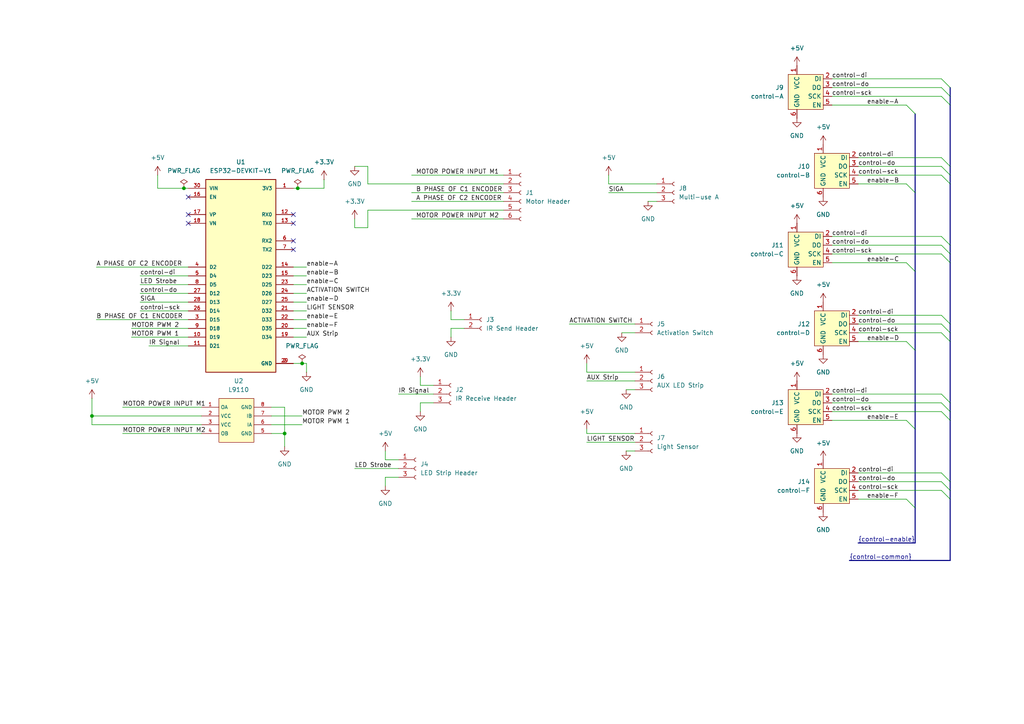
<source format=kicad_sch>
(kicad_sch (version 20231120) (generator "eeschema") (generator_version "8.0")
  (paper "A4")
  (title_block (title "Main Board") (date "2024-05-22") (rev "0.2"))
  (lib_symbols
    (symbol "Connector:Conn_01x02_Socket" (pin_names (offset 1.016) hide)
      (property "Reference" "J" (at 0 2.54 0))
      (property "Value" "Conn_01x02_Socket" (at 0 -5.08 0))
      (symbol "Conn_01x02_Socket_1_1"
        (arc (start 0 -2.032) (mid -0.5058 -2.54) (end 0 -3.048) (stroke (width 0.1524)))
        (polyline (pts (xy -1.27 -2.54) (xy -0.508 -2.54)) (stroke (width 0.1524)))
        (polyline (pts (xy -1.27 0) (xy -0.508 0)) (stroke (width 0.1524)))
        (arc (start 0 0.508) (mid -0.5058 0) (end 0 -0.508) (stroke (width 0.1524)))
        (pin passive line (at -5.08 0 0) (length 3.81) (name "Pin_1") (number "1"))
        (pin passive line (at -5.08 -2.54 0) (length 3.81) (name "Pin_2") (number "2"))
      )
    )
    (symbol "Connector:Conn_01x03_Socket" (pin_names (offset 1.016) hide)
      (property "Reference" "J" (at 0 5.08 0))
      (property "Value" "Conn_01x03_Socket" (at 0 -5.08 0))
      (symbol "Conn_01x03_Socket_1_1"
        (arc (start 0 -2.032) (mid -0.5058 -2.54) (end 0 -3.048) (stroke (width 0.1524)))
        (polyline (pts (xy -1.27 -2.54) (xy -0.508 -2.54)) (stroke (width 0.1524)))
        (polyline (pts (xy -1.27 0) (xy -0.508 0)) (stroke (width 0.1524)))
        (polyline (pts (xy -1.27 2.54) (xy -0.508 2.54)) (stroke (width 0.1524)))
        (arc (start 0 0.508) (mid -0.5058 0) (end 0 -0.508) (stroke (width 0.1524)))
        (arc (start 0 3.048) (mid -0.5058 2.54) (end 0 2.032) (stroke (width 0.1524)))
        (pin passive line (at -5.08 2.54 0) (length 3.81) (name "Pin_1") (number "1"))
        (pin passive line (at -5.08 0 0) (length 3.81) (name "Pin_2") (number "2"))
        (pin passive line (at -5.08 -2.54 0) (length 3.81) (name "Pin_3") (number "3"))
      )
    )
    (symbol "Connector:Conn_01x06_Socket" (pin_names (offset 1.016) hide)
      (property "Reference" "J" (at 0 7.62 0))
      (property "Value" "Conn_01x06_Socket" (at 0 -10.16 0))
      (symbol "Conn_01x06_Socket_1_1"
        (arc (start 0 -7.112) (mid -0.5058 -7.62) (end 0 -8.128) (stroke (width 0.1524)))
        (arc (start 0 -4.572) (mid -0.5058 -5.08) (end 0 -5.588) (stroke (width 0.1524)))
        (arc (start 0 -2.032) (mid -0.5058 -2.54) (end 0 -3.048) (stroke (width 0.1524)))
        (polyline (pts (xy -1.27 -7.62) (xy -0.508 -7.62)) (stroke (width 0.1524)))
        (polyline (pts (xy -1.27 -5.08) (xy -0.508 -5.08)) (stroke (width 0.1524)))
        (polyline (pts (xy -1.27 -2.54) (xy -0.508 -2.54)) (stroke (width 0.1524)))
        (polyline (pts (xy -1.27 0) (xy -0.508 0)) (stroke (width 0.1524)))
        (polyline (pts (xy -1.27 2.54) (xy -0.508 2.54)) (stroke (width 0.1524)))
        (polyline (pts (xy -1.27 5.08) (xy -0.508 5.08)) (stroke (width 0.1524)))
        (arc (start 0 0.508) (mid -0.5058 0) (end 0 -0.508) (stroke (width 0.1524)))
        (arc (start 0 3.048) (mid -0.5058 2.54) (end 0 2.032) (stroke (width 0.1524)))
        (arc (start 0 5.588) (mid -0.5058 5.08) (end 0 4.572) (stroke (width 0.1524)))
        (pin passive line (at -5.08 5.08 0) (length 3.81) (name "Pin_1") (number "1"))
        (pin passive line (at -5.08 2.54 0) (length 3.81) (name "Pin_2") (number "2"))
        (pin passive line (at -5.08 0 0) (length 3.81) (name "Pin_3") (number "3"))
        (pin passive line (at -5.08 -2.54 0) (length 3.81) (name "Pin_4") (number "4"))
        (pin passive line (at -5.08 -5.08 0) (length 3.81) (name "Pin_5") (number "5"))
        (pin passive line (at -5.08 -7.62 0) (length 3.81) (name "Pin_6") (number "6"))
      )
    )
    (symbol "Driver_Motor:L9110"
      (property "Reference" "U" (at 0 0 0))
      (property "Value" "L9110" (at 0 -15.24 0))
      (symbol "L9110_1_0"
        (pin output line (at -10.16 -3.81 0) (length 5.08) (name "OA") (number "1"))
        (pin power_in line (at -10.16 -6.35 0) (length 5.08) (name "VCC") (number "2"))
        (pin power_in line (at -10.16 -8.89 0) (length 5.08) (name "VCC") (number "3"))
        (pin output line (at -10.16 -11.43 0) (length 5.08) (name "OB") (number "4"))
        (pin power_in line (at 10.16 -11.43 180) (length 5.08) (name "GND") (number "5"))
        (pin input line (at 10.16 -8.89 180) (length 5.08) (name "IA") (number "6"))
        (pin input line (at 10.16 -6.35 180) (length 5.08) (name "IB") (number "7"))
        (pin power_in line (at 10.16 -3.81 180) (length 5.08) (name "GND") (number "8"))
      )
      (symbol "L9110_1_1"
        (rectangle (start -5.08 -1.27) (end 5.08 -13.97) (fill (type background)))
      )
    )
    (symbol "ESP32-DEVKIT-V1:ESP32-DEVKIT-V1" (pin_names (offset 1.016))
      (property "Reference" "U" (at -10.16 30.48 0))
      (property "Value" "ESP32-DEVKIT-V1" (at -10.16 -30.48 0))
      (symbol "ESP32-DEVKIT-V1_0_0"
        (rectangle (start -10.16 -27.94) (end 10.16 27.94) (stroke (width 0.254)) (fill (type background)))
        (pin output line (at 15.24 25.4 180) (length 5.08) (name "3V3") (number "1"))
        (pin bidirectional line (at -15.24 -17.78 0) (length 5.08) (name "D19") (number "10"))
        (pin bidirectional line (at -15.24 -20.32 0) (length 5.08) (name "D21") (number "11"))
        (pin input line (at 15.24 17.78 180) (length 5.08) (name "RX0") (number "12"))
        (pin output line (at 15.24 15.24 180) (length 5.08) (name "TX0") (number "13"))
        (pin bidirectional line (at 15.24 2.54 180) (length 5.08) (name "D22") (number "14"))
        (pin bidirectional line (at 15.24 0 180) (length 5.08) (name "D23") (number "15"))
        (pin input line (at -15.24 22.86 0) (length 5.08) (name "EN") (number "16"))
        (pin bidirectional line (at -15.24 17.78 0) (length 5.08) (name "VP") (number "17"))
        (pin bidirectional line (at -15.24 15.24 0) (length 5.08) (name "VN") (number "18"))
        (pin bidirectional line (at 15.24 -17.78 180) (length 5.08) (name "D34") (number "19"))
        (pin power_in line (at 15.24 -25.4 180) (length 5.08) (name "GND") (number "2"))
        (pin bidirectional line (at 15.24 -15.24 180) (length 5.08) (name "D35") (number "20"))
        (pin bidirectional line (at 15.24 -10.16 180) (length 5.08) (name "D32") (number "21"))
        (pin bidirectional line (at 15.24 -12.7 180) (length 5.08) (name "D33") (number "22"))
        (pin bidirectional line (at 15.24 -2.54 180) (length 5.08) (name "D25") (number "23"))
        (pin bidirectional line (at 15.24 -5.08 180) (length 5.08) (name "D26") (number "24"))
        (pin bidirectional line (at 15.24 -7.62 180) (length 5.08) (name "D27") (number "25"))
        (pin bidirectional line (at -15.24 -10.16 0) (length 5.08) (name "D14") (number "26"))
        (pin bidirectional line (at -15.24 -5.08 0) (length 5.08) (name "D12") (number "27"))
        (pin bidirectional line (at -15.24 -7.62 0) (length 5.08) (name "D13") (number "28"))
        (pin power_in line (at 15.24 -25.4 180) (length 5.08) (name "GND") (number "29"))
        (pin bidirectional line (at -15.24 -12.7 0) (length 5.08) (name "D15") (number "3"))
        (pin input line (at -15.24 25.4 0) (length 5.08) (name "VIN") (number "30"))
        (pin bidirectional line (at -15.24 2.54 0) (length 5.08) (name "D2") (number "4"))
        (pin bidirectional line (at -15.24 0 0) (length 5.08) (name "D4") (number "5"))
        (pin input line (at 15.24 10.16 180) (length 5.08) (name "RX2") (number "6"))
        (pin output line (at 15.24 7.62 180) (length 5.08) (name "TX2") (number "7"))
        (pin bidirectional line (at -15.24 -2.54 0) (length 5.08) (name "D5") (number "8"))
        (pin bidirectional line (at -15.24 -15.24 0) (length 5.08) (name "D18") (number "9"))
      )
    )
    (symbol "Garth Libraries:SPI-Comm-Jack"
      (property "Reference" "J" (at 0 0 0))
      (property "Value" "SPI-Comm" (at 0 0 0))
      (symbol "SPI-Comm-Jack_1_1"
        (rectangle (start -5.08 5.08) (end 5.08 -5.08) (fill (type background)))
        (pin power_in line (at -2.54 7.62 270) (length 2.54) (name "VCC") (number "1"))
        (pin input line (at 7.62 3.81 180) (length 2.54) (name "DI") (number "2"))
        (pin output line (at 7.62 1.27 180) (length 2.54) (name "DO") (number "3"))
        (pin input line (at 7.62 -1.27 180) (length 2.54) (name "SCK") (number "4"))
        (pin input line (at 7.62 -3.81 180) (length 2.54) (name "EN") (number "5"))
        (pin power_in line (at -2.54 -7.62 90) (length 2.54) (name "GND") (number "6"))
      )
    )
    (symbol "power:+3.3V" (power) (pin_numbers hide) (pin_names (offset 0) hide)
      (property "Value" "+3.3V" (at 0 3.556 0))
      (symbol "+3.3V_0_1"
        (polyline (pts (xy -0.762 1.27) (xy 0 2.54)))
        (polyline (pts (xy 0 0) (xy 0 2.54)))
        (polyline (pts (xy 0 2.54) (xy 0.762 1.27)))
      )
      (symbol "+3.3V_1_1"
        (pin power_in line (at 0 0 90) (length 0) (name "~") (number "1"))
      )
    )
    (symbol "power:+5V" (power) (pin_numbers hide) (pin_names (offset 0) hide)
      (property "Value" "+5V" (at 0 3.556 0))
      (symbol "+5V_0_1"
        (polyline (pts (xy -0.762 1.27) (xy 0 2.54)))
        (polyline (pts (xy 0 0) (xy 0 2.54)))
        (polyline (pts (xy 0 2.54) (xy 0.762 1.27)))
      )
      (symbol "+5V_1_1"
        (pin power_in line (at 0 0 90) (length 0) (name "~") (number "1"))
      )
    )
    (symbol "power:GND" (power) (pin_numbers hide) (pin_names (offset 0) hide)
      (property "Value" "GND" (at 0 -3.81 0))
      (symbol "GND_0_1"
        (polyline (pts (xy 0 0) (xy 0 -1.27) (xy 1.27 -1.27) (xy 0 -2.54) (xy -1.27 -1.27) (xy 0 -1.27)))
      )
      (symbol "GND_1_1"
        (pin power_in line (at 0 0 270) (length 0) (name "~") (number "1"))
      )
    )
    (symbol "power:PWR_FLAG" (power) (pin_numbers hide) (pin_names (offset 0) hide)
      (property "Value" "PWR_FLAG" (at 0 3.81 0))
      (symbol "PWR_FLAG_0_0"
        (pin power_out line (at 0 0 90) (length 0) (name "~") (number "1"))
      )
      (symbol "PWR_FLAG_0_1"
        (polyline (pts (xy 0 0) (xy 0 1.27) (xy -1.016 1.905) (xy 0 2.54) (xy 1.016 1.905) (xy 0 1.27)))
      )
    )
  )
  (bus_alias "control-common" (members "control-di" "control-do" "control-sck"))
  (bus_alias "control-enable" (members "enable-A" "enable-B" "enable-C" "enable-D" "enable-E" "enable-F"))
  (junction (at 82.55 125.73))
  (junction (at 26.67 120.65))
  (junction (at 86.36 54.61))
  (junction (at 53.34 54.61))
  (junction (at 87.63 105.41))
  (no_connect (at 85.09 69.85))
  (no_connect (at 54.61 57.15))
  (no_connect (at 85.09 64.77))
  (no_connect (at 54.61 64.77))
  (no_connect (at 85.09 72.39))
  (no_connect (at 54.61 62.23))
  (no_connect (at 85.09 62.23))
  (bus_entry (at 275.59 142.24) (size -2.54 -2.54))
  (bus_entry (at 275.59 119.38) (size -2.54 -2.54))
  (bus_entry (at 265.43 55.88) (size -2.54 -2.54))
  (bus_entry (at 265.43 101.6) (size -2.54 -2.54))
  (bus_entry (at 275.59 93.98) (size -2.54 -2.54))
  (bus_entry (at 275.59 121.92) (size -2.54 -2.54))
  (bus_entry (at 275.59 76.2) (size -2.54 -2.54))
  (bus_entry (at 275.59 27.94) (size -2.54 -2.54))
  (bus_entry (at 265.43 33.02) (size -2.54 -2.54))
  (bus_entry (at 275.59 30.48) (size -2.54 -2.54))
  (bus_entry (at 275.59 139.7) (size -2.54 -2.54))
  (bus_entry (at 275.59 99.06) (size -2.54 -2.54))
  (bus_entry (at 275.59 71.12) (size -2.54 -2.54))
  (bus_entry (at 275.59 25.4) (size -2.54 -2.54))
  (bus_entry (at 275.59 73.66) (size -2.54 -2.54))
  (bus_entry (at 275.59 144.78) (size -2.54 -2.54))
  (bus_entry (at 265.43 147.32) (size -2.54 -2.54))
  (bus_entry (at 275.59 48.26) (size -2.54 -2.54))
  (bus_entry (at 275.59 96.52) (size -2.54 -2.54))
  (bus_entry (at 275.59 53.34) (size -2.54 -2.54))
  (bus_entry (at 265.43 78.74) (size -2.54 -2.54))
  (bus_entry (at 275.59 116.84) (size -2.54 -2.54))
  (bus_entry (at 275.59 50.8) (size -2.54 -2.54))
  (bus_entry (at 265.43 124.46) (size -2.54 -2.54))
  (wire (pts (xy 176.53 53.34) (xy 176.53 50.8)))
  (bus (pts (xy 275.59 71.12) (xy 275.59 73.66)))
  (bus (pts (xy 275.59 99.06) (xy 275.59 116.84)))
  (bus (pts (xy 275.59 139.7) (xy 275.59 142.24)))
  (bus (pts (xy 275.59 121.92) (xy 275.59 139.7)))
  (wire (pts (xy 40.64 80.01) (xy 54.61 80.01)))
  (wire (pts (xy 82.55 125.73) (xy 82.55 129.54)))
  (wire (pts (xy 241.3 119.38) (xy 273.05 119.38)))
  (wire (pts (xy 181.61 130.81) (xy 184.15 130.81)))
  (wire (pts (xy 248.92 139.7) (xy 273.05 139.7)))
  (wire (pts (xy 26.67 115.57) (xy 26.67 120.65)))
  (wire (pts (xy 85.09 85.09) (xy 88.9 85.09)))
  (wire (pts (xy 82.55 118.11) (xy 82.55 125.73)))
  (wire (pts (xy 125.73 111.76) (xy 121.92 111.76)))
  (wire (pts (xy 38.1 95.25) (xy 54.61 95.25)))
  (bus (pts (xy 265.43 78.74) (xy 265.43 101.6)))
  (bus (pts (xy 275.59 119.38) (xy 275.59 121.92)))
  (wire (pts (xy 125.73 116.84) (xy 121.92 116.84)))
  (wire (pts (xy 106.68 66.04) (xy 102.87 66.04)))
  (wire (pts (xy 85.09 105.41) (xy 87.63 105.41)))
  (wire (pts (xy 241.3 76.2) (xy 262.89 76.2)))
  (bus (pts (xy 265.43 33.02) (xy 265.43 55.88)))
  (bus (pts (xy 275.59 144.78) (xy 275.59 162.56)))
  (wire (pts (xy 45.72 50.8) (xy 45.72 54.61)))
  (wire (pts (xy 121.92 109.22) (xy 121.92 111.76)))
  (wire (pts (xy 85.09 95.25) (xy 88.9 95.25)))
  (wire (pts (xy 241.3 68.58) (xy 273.05 68.58)))
  (wire (pts (xy 170.18 107.95) (xy 170.18 105.41)))
  (wire (pts (xy 26.67 123.19) (xy 26.67 120.65)))
  (bus (pts (xy 246.38 162.56) (xy 275.59 162.56)))
  (wire (pts (xy 241.3 114.3) (xy 273.05 114.3)))
  (bus (pts (xy 265.43 101.6) (xy 265.43 124.46)))
  (wire (pts (xy 40.64 87.63) (xy 54.61 87.63)))
  (wire (pts (xy 85.09 92.71) (xy 88.9 92.71)))
  (wire (pts (xy 170.18 128.27) (xy 184.15 128.27)))
  (bus (pts (xy 275.59 93.98) (xy 275.59 96.52)))
  (wire (pts (xy 181.61 113.03) (xy 184.15 113.03)))
  (wire (pts (xy 241.3 22.86) (xy 273.05 22.86)))
  (bus (pts (xy 275.59 27.94) (xy 275.59 30.48)))
  (wire (pts (xy 248.92 137.16) (xy 273.05 137.16)))
  (wire (pts (xy 241.3 27.94) (xy 273.05 27.94)))
  (wire (pts (xy 184.15 125.73) (xy 170.18 125.73)))
  (bus (pts (xy 275.59 25.4) (xy 275.59 27.94)))
  (wire (pts (xy 106.68 53.34) (xy 106.68 48.26)))
  (wire (pts (xy 88.9 105.41) (xy 88.9 107.95)))
  (wire (pts (xy 85.09 87.63) (xy 88.9 87.63)))
  (wire (pts (xy 93.98 54.61) (xy 93.98 52.07)))
  (bus (pts (xy 275.59 142.24) (xy 275.59 144.78)))
  (wire (pts (xy 27.94 92.71) (xy 54.61 92.71)))
  (bus (pts (xy 275.59 50.8) (xy 275.59 53.34)))
  (wire (pts (xy 106.68 53.34) (xy 146.05 53.34)))
  (wire (pts (xy 115.57 138.43) (xy 111.76 138.43)))
  (bus (pts (xy 265.43 124.46) (xy 265.43 147.32)))
  (wire (pts (xy 241.3 30.48) (xy 262.89 30.48)))
  (wire (pts (xy 248.92 53.34) (xy 262.89 53.34)))
  (wire (pts (xy 180.34 96.52) (xy 184.15 96.52)))
  (wire (pts (xy 85.09 77.47) (xy 88.9 77.47)))
  (bus (pts (xy 275.59 73.66) (xy 275.59 76.2)))
  (wire (pts (xy 115.57 133.35) (xy 111.76 133.35)))
  (wire (pts (xy 115.57 114.3) (xy 125.73 114.3)))
  (wire (pts (xy 102.87 135.89) (xy 115.57 135.89)))
  (wire (pts (xy 106.68 48.26) (xy 102.87 48.26)))
  (wire (pts (xy 87.63 105.41) (xy 88.9 105.41)))
  (wire (pts (xy 85.09 90.17) (xy 88.9 90.17)))
  (bus (pts (xy 275.59 48.26) (xy 275.59 50.8)))
  (wire (pts (xy 106.68 66.04) (xy 106.68 60.96)))
  (wire (pts (xy 85.09 80.01) (xy 88.9 80.01)))
  (wire (pts (xy 35.56 125.73) (xy 58.42 125.73)))
  (wire (pts (xy 134.62 92.71) (xy 130.81 92.71)))
  (wire (pts (xy 190.5 53.34) (xy 176.53 53.34)))
  (wire (pts (xy 119.38 55.88) (xy 146.05 55.88)))
  (wire (pts (xy 241.3 73.66) (xy 273.05 73.66)))
  (wire (pts (xy 248.92 144.78) (xy 262.89 144.78)))
  (wire (pts (xy 85.09 54.61) (xy 86.36 54.61)))
  (wire (pts (xy 119.38 58.42) (xy 146.05 58.42)))
  (wire (pts (xy 119.38 63.5) (xy 146.05 63.5)))
  (wire (pts (xy 248.92 45.72) (xy 273.05 45.72)))
  (bus (pts (xy 248.92 157.48) (xy 265.43 157.48)))
  (wire (pts (xy 170.18 110.49) (xy 184.15 110.49)))
  (wire (pts (xy 111.76 138.43) (xy 111.76 140.97)))
  (wire (pts (xy 111.76 130.81) (xy 111.76 133.35)))
  (wire (pts (xy 40.64 90.17) (xy 54.61 90.17)))
  (wire (pts (xy 241.3 71.12) (xy 273.05 71.12)))
  (bus (pts (xy 275.59 76.2) (xy 275.59 93.98)))
  (wire (pts (xy 248.92 142.24) (xy 273.05 142.24)))
  (wire (pts (xy 38.1 97.79) (xy 54.61 97.79)))
  (wire (pts (xy 134.62 95.25) (xy 130.81 95.25)))
  (wire (pts (xy 248.92 99.06) (xy 262.89 99.06)))
  (wire (pts (xy 241.3 121.92) (xy 262.89 121.92)))
  (wire (pts (xy 78.74 120.65) (xy 87.63 120.65)))
  (wire (pts (xy 27.94 77.47) (xy 54.61 77.47)))
  (wire (pts (xy 85.09 97.79) (xy 88.9 97.79)))
  (wire (pts (xy 121.92 116.84) (xy 121.92 119.38)))
  (wire (pts (xy 54.61 54.61) (xy 53.34 54.61)))
  (wire (pts (xy 40.64 82.55) (xy 54.61 82.55)))
  (bus (pts (xy 265.43 147.32) (xy 265.43 157.48)))
  (wire (pts (xy 119.38 50.8) (xy 146.05 50.8)))
  (wire (pts (xy 78.74 118.11) (xy 82.55 118.11)))
  (wire (pts (xy 43.18 100.33) (xy 54.61 100.33)))
  (wire (pts (xy 248.92 93.98) (xy 273.05 93.98)))
  (wire (pts (xy 106.68 60.96) (xy 146.05 60.96)))
  (bus (pts (xy 275.59 53.34) (xy 275.59 71.12)))
  (wire (pts (xy 248.92 48.26) (xy 273.05 48.26)))
  (wire (pts (xy 102.87 63.5) (xy 102.87 66.04)))
  (bus (pts (xy 265.43 55.88) (xy 265.43 78.74)))
  (wire (pts (xy 130.81 90.17) (xy 130.81 92.71)))
  (wire (pts (xy 86.36 54.61) (xy 93.98 54.61)))
  (wire (pts (xy 165.1 93.98) (xy 184.15 93.98)))
  (bus (pts (xy 275.59 30.48) (xy 275.59 48.26)))
  (wire (pts (xy 241.3 25.4) (xy 273.05 25.4)))
  (wire (pts (xy 85.09 82.55) (xy 88.9 82.55)))
  (wire (pts (xy 78.74 123.19) (xy 87.63 123.19)))
  (wire (pts (xy 35.56 118.11) (xy 58.42 118.11)))
  (wire (pts (xy 187.96 58.42) (xy 190.5 58.42)))
  (wire (pts (xy 40.64 85.09) (xy 54.61 85.09)))
  (wire (pts (xy 26.67 120.65) (xy 58.42 120.65)))
  (wire (pts (xy 241.3 116.84) (xy 273.05 116.84)))
  (wire (pts (xy 78.74 125.73) (xy 82.55 125.73)))
  (wire (pts (xy 170.18 125.73) (xy 170.18 124.46)))
  (wire (pts (xy 248.92 91.44) (xy 273.05 91.44)))
  (wire (pts (xy 184.15 107.95) (xy 170.18 107.95)))
  (wire (pts (xy 130.81 95.25) (xy 130.81 97.79)))
  (wire (pts (xy 26.67 123.19) (xy 58.42 123.19)))
  (wire (pts (xy 248.92 96.52) (xy 273.05 96.52)))
  (bus (pts (xy 275.59 116.84) (xy 275.59 119.38)))
  (bus (pts (xy 275.59 96.52) (xy 275.59 99.06)))
  (wire (pts (xy 176.53 55.88) (xy 190.5 55.88)))
  (wire (pts (xy 45.72 54.61) (xy 53.34 54.61)))
  (wire (pts (xy 248.92 50.8) (xy 273.05 50.8)))
  (label "MOTOR PWM 1" (at 87.63 123.19 0))
  (label "LED Strobe" (at 40.64 82.55 0))
  (label "enable-E" (at 88.9 92.71 0))
  (label "LIGHT SENSOR" (at 170.18 128.27 0))
  (label "{control-common}" (at 246.38 162.56 0))
  (label "A PHASE OF C2 ENCODER" (at 27.94 77.47 0))
  (label "B PHASE OF C1 ENCODER" (at 27.94 92.71 0))
  (label "control-do" (at 248.92 93.98 0))
  (label "SIGA" (at 40.64 87.63 0))
  (label "AUX Strip" (at 170.18 110.49 0))
  (label "control-sck" (at 241.3 27.94 0))
  (label "enable-D" (at 88.9 87.63 0))
  (label "AUX Strip" (at 88.9 97.79 0))
  (label "MOTOR PWM 2" (at 87.63 120.65 0))
  (label "MOTOR POWER INPUT M2" (at 120.65 63.5 0))
  (label "control-do" (at 248.92 48.26 0))
  (label "control-di" (at 241.3 22.86 0))
  (label "MOTOR PWM 1" (at 38.1 97.79 0))
  (label "MOTOR PWM 2" (at 38.1 95.25 0))
  (label "control-sck" (at 241.3 73.66 0))
  (label "ACTIVATION SWITCH" (at 165.1 93.98 0))
  (label "control-di" (at 40.64 80.01 0))
  (label "B PHASE OF C1 ENCODER" (at 120.65 55.88 0))
  (label "control-di" (at 248.92 91.44 0))
  (label "enable-C" (at 251.46 76.2 0))
  (label "enable-B" (at 251.46 53.34 0))
  (label "enable-F" (at 251.46 144.78 0))
  (label "MOTOR POWER INPUT M1 " (at 35.56 118.11 0))
  (label "IR Signal" (at 43.18 100.33 0))
  (label "enable-E" (at 251.46 121.92 0))
  (label "control-sck" (at 40.64 90.17 0))
  (label "enable-A" (at 88.9 77.47 0))
  (label "ACTIVATION SWITCH" (at 88.9 85.09 0))
  (label "SIGA" (at 176.53 55.88 0))
  (label "control-di" (at 248.92 137.16 0))
  (label "control-sck" (at 248.92 50.8 0))
  (label "control-do" (at 241.3 25.4 0))
  (label "MOTOR POWER INPUT M1 " (at 120.65 50.8 0))
  (label "control-sck" (at 248.92 142.24 0))
  (label "enable-D" (at 251.46 99.06 0))
  (label "LED Strobe" (at 102.87 135.89 0))
  (label "control-di" (at 248.92 45.72 0))
  (label "control-di" (at 241.3 68.58 0))
  (label "control-di" (at 241.3 114.3 0))
  (label "{control-enable}" (at 248.92 157.48 0))
  (label "enable-A" (at 251.46 30.48 0))
  (label "control-sck" (at 248.92 96.52 0))
  (label "LIGHT SENSOR" (at 88.9 90.17 0))
  (label "control-do" (at 241.3 116.84 0))
  (label "A PHASE OF C2 ENCODER" (at 120.65 58.42 0))
  (label "control-do" (at 40.64 85.09 0))
  (label "MOTOR POWER INPUT M2" (at 35.56 125.73 0))
  (label "IR Signal" (at 115.57 114.3 0))
  (label "enable-C" (at 88.9 82.55 0))
  (label "enable-F" (at 88.9 95.25 0))
  (label "control-sck" (at 241.3 119.38 0))
  (label "enable-B" (at 88.9 80.01 0))
  (label "control-do" (at 241.3 71.12 0))
  (label "control-do" (at 248.92 139.7 0))
  (symbol (lib_id "power:+5V") (at 231.14 64.77 0) (unit 1)
    (property "Reference" "#PWR023" (effects (hide yes)))
    (property "Value" "+5V" (at 231.14 59.69 0))
    (property "Description" "Power symbol creates a global label with name \"+5V\"" (effects (hide yes)))
  )
  (symbol (lib_id "power:+3.3V") (at 121.92 109.22 0) (unit 1)
    (property "Reference" "#PWR011" (effects (hide yes)))
    (property "Value" "+3.3V" (at 121.92 104.14 0))
    (property "Description" "Power symbol creates a global label with name \"+3.3V\"" (effects (hide yes)))
  )
  (symbol (lib_id "power:GND") (at 187.96 58.42 0) (unit 1)
    (property "Reference" "#PWR020" (effects (hide yes)))
    (property "Value" "GND" (at 187.96 63.5 0))
    (property "Description" "Power symbol creates a global label with name \"GND\" , ground" (effects (hide yes)))
  )
  (symbol (lib_id "power:GND") (at 238.76 102.87 0) (unit 1)
    (property "Reference" "#PWR030" (effects (hide yes)))
    (property "Value" "GND" (at 238.76 107.95 0))
    (property "Description" "Power symbol creates a global label with name \"GND\" , ground" (effects (hide yes)))
  )
  (symbol (lib_id "power:+5V") (at 238.76 41.91 0) (unit 1)
    (property "Reference" "#PWR022" (effects (hide yes)))
    (property "Value" "+5V" (at 238.76 36.83 0))
    (property "Description" "Power symbol creates a global label with name \"+5V\"" (effects (hide yes)))
  )
  (symbol (lib_id "power:GND") (at 231.14 80.01 0) (unit 1)
    (property "Reference" "#PWR029" (effects (hide yes)))
    (property "Value" "GND" (at 231.14 85.09 0))
    (property "Description" "Power symbol creates a global label with name \"GND\" , ground" (effects (hide yes)))
  )
  (symbol (lib_id "power:GND") (at 181.61 130.81 0) (unit 1)
    (property "Reference" "#PWR016" (effects (hide yes)))
    (property "Value" "GND" (at 181.61 135.89 0))
    (property "Description" "Power symbol creates a global label with name \"GND\" , ground" (effects (hide yes)))
  )
  (symbol (lib_id "power:GND") (at 181.61 113.03 0) (unit 1)
    (property "Reference" "#PWR015" (effects (hide yes)))
    (property "Value" "GND" (at 181.61 118.11 0))
    (property "Description" "Power symbol creates a global label with name \"GND\" , ground" (effects (hide yes)))
  )
  (symbol (lib_id "power:+5V") (at 45.72 50.8 0) (unit 1)
    (property "Reference" "#PWR08" (effects (hide yes)))
    (property "Value" "+5V" (at 45.72 45.72 0))
    (property "Description" "Power symbol creates a global label with name \"+5V\"" (effects (hide yes)))
  )
  (symbol (lib_id "power:GND") (at 88.9 107.95 0) (unit 1)
    (property "Reference" "#PWR03" (effects (hide yes)))
    (property "Value" "GND" (at 88.9 113.03 0))
    (property "Description" "Power symbol creates a global label with name \"GND\" , ground" (effects (hide yes)))
  )
  (symbol (lib_id "power:GND") (at 180.34 96.52 0) (unit 1)
    (property "Reference" "#PWR014" (effects (hide yes)))
    (property "Value" "GND" (at 180.34 101.6 0))
    (property "Description" "Power symbol creates a global label with name \"GND\" , ground" (effects (hide yes)))
  )
  (symbol (lib_id "Garth Libraries:SPI-Comm-Jack") (at 241.3 140.97 0) (unit 1)
    (property "Reference" "J14" (at 234.95 139.6999 0) (effects (justify right)))
    (property "Value" "control-F" (at 234.95 142.2399 0) (effects (justify right)))
    (property "Footprint" "Garth:RJ11-RA" (effects (hide yes)))
  )
  (symbol (lib_id "Garth Libraries:SPI-Comm-Jack") (at 233.68 72.39 0) (unit 1)
    (property "Reference" "J11" (at 227.33 71.1199 0) (effects (justify right)))
    (property "Value" "control-C" (at 227.33 73.6599 0) (effects (justify right)))
    (property "Footprint" "Garth:RJ11-RA" (effects (hide yes)))
  )
  (symbol (lib_id "power:+5V") (at 176.53 50.8 0) (unit 1)
    (property "Reference" "#PWR019" (effects (hide yes)))
    (property "Value" "+5V" (at 176.53 45.72 0))
    (property "Description" "Power symbol creates a global label with name \"+5V\"" (effects (hide yes)))
  )
  (symbol (lib_id "Connector:Conn_01x03_Socket") (at 195.58 55.88 0) (unit 1)
    (property "Reference" "J8" (at 196.85 54.61 0) (effects (justify left)))
    (property "Value" "Multi-use A" (at 196.85 57.15 0) (effects (justify left)))
    (property "Footprint" "Connector_PinSocket_2.54mm:PinSocket_1x03_P2.54mm_Horizontal" (effects (hide yes)))
    (property "Description" "Generic connector, single row, 01x03, script generated" (effects (hide yes)))
  )
  (symbol (lib_id "Connector:Conn_01x06_Socket") (at 151.13 55.88 0) (unit 1)
    (property "Reference" "J1" (at 152.4 55.88 0) (effects (justify left)))
    (property "Value" "Motor Header" (at 152.4 58.42 0) (effects (justify left)))
    (property "Footprint" "Connector_PinSocket_2.54mm:PinSocket_1x06_P2.54mm_Horizontal" (effects (hide yes)))
    (property "Description" "Generic connector, single row, 01x06, script generated" (effects (hide yes)))
  )
  (symbol (lib_id "power:+3.3V") (at 102.87 63.5 0) (unit 1)
    (property "Reference" "#PWR05" (effects (hide yes)))
    (property "Value" "+3.3V" (at 102.87 58.42 0))
    (property "Description" "Power symbol creates a global label with name \"+3.3V\"" (effects (hide yes)))
  )
  (symbol (lib_id "Garth Libraries:SPI-Comm-Jack") (at 233.68 118.11 0) (unit 1)
    (property "Reference" "J13" (at 227.33 116.8399 0) (effects (justify right)))
    (property "Value" "control-E" (at 227.33 119.3799 0) (effects (justify right)))
    (property "Footprint" "Garth:RJ11-RA" (effects (hide yes)))
  )
  (symbol (lib_id "power:PWR_FLAG") (at 86.36 54.61 0) (unit 1)
    (property "Reference" "#FLG02" (effects (hide yes)))
    (property "Value" "PWR_FLAG" (at 86.36 49.53 0))
    (property "Description" "Special symbol for telling ERC where power comes from" (effects (hide yes)))
  )
  (symbol (lib_id "power:GND") (at 102.87 48.26 0) (unit 1)
    (property "Reference" "#PWR04" (effects (hide yes)))
    (property "Value" "GND" (at 102.87 53.34 0))
    (property "Description" "Power symbol creates a global label with name \"GND\" , ground" (effects (hide yes)))
  )
  (symbol (lib_id "Connector:Conn_01x02_Socket") (at 139.7 92.71 0) (unit 1)
    (property "Reference" "J3" (at 140.97 92.71 0) (effects (justify left)))
    (property "Value" "IR Send Header" (at 140.97 95.25 0) (effects (justify left)))
    (property "Footprint" "Connector_PinSocket_2.54mm:PinSocket_1x02_P2.54mm_Horizontal" (effects (hide yes)))
    (property "Description" "Generic connector, single row, 01x02, script generated" (effects (hide yes)))
  )
  (symbol (lib_id "Connector:Conn_01x03_Socket") (at 189.23 128.27 0) (unit 1)
    (property "Reference" "J7" (at 190.5 127 0) (effects (justify left)))
    (property "Value" "Light Sensor" (at 190.5 129.54 0) (effects (justify left)))
    (property "Footprint" "Connector_PinSocket_2.54mm:PinSocket_1x03_P2.54mm_Horizontal" (effects (hide yes)))
    (property "Description" "Generic connector, single row, 01x03, script generated" (effects (hide yes)))
  )
  (symbol (lib_id "power:GND") (at 121.92 119.38 0) (unit 1)
    (property "Reference" "#PWR013" (effects (hide yes)))
    (property "Value" "GND" (at 121.92 124.46 0))
    (property "Description" "Power symbol creates a global label with name \"GND\" , ground" (effects (hide yes)))
  )
  (symbol (lib_id "power:GND") (at 238.76 148.59 0) (unit 1)
    (property "Reference" "#PWR032" (effects (hide yes)))
    (property "Value" "GND" (at 238.76 153.67 0))
    (property "Description" "Power symbol creates a global label with name \"GND\" , ground" (effects (hide yes)))
  )
  (symbol (lib_id "power:GND") (at 82.55 129.54 0) (unit 1)
    (property "Reference" "#PWR02" (effects (hide yes)))
    (property "Value" "GND" (at 82.55 134.62 0))
    (property "Description" "Power symbol creates a global label with name \"GND\" , ground" (effects (hide yes)))
  )
  (symbol (lib_id "power:+5V") (at 238.76 133.35 0) (unit 1)
    (property "Reference" "#PWR026" (effects (hide yes)))
    (property "Value" "+5V" (at 238.76 128.524 0))
    (property "Description" "Power symbol creates a global label with name \"+5V\"" (effects (hide yes)))
  )
  (symbol (lib_id "power:GND") (at 130.81 97.79 0) (unit 1)
    (property "Reference" "#PWR012" (effects (hide yes)))
    (property "Value" "GND" (at 130.81 102.87 0))
    (property "Description" "Power symbol creates a global label with name \"GND\" , ground" (effects (hide yes)))
  )
  (symbol (lib_id "power:+5V") (at 170.18 105.41 0) (unit 1)
    (property "Reference" "#PWR017" (effects (hide yes)))
    (property "Value" "+5V" (at 170.18 100.33 0))
    (property "Description" "Power symbol creates a global label with name \"+5V\"" (effects (hide yes)))
  )
  (symbol (lib_id "power:+5V") (at 231.14 19.05 0) (unit 1)
    (property "Reference" "#PWR021" (effects (hide yes)))
    (property "Value" "+5V" (at 231.14 13.97 0))
    (property "Description" "Power symbol creates a global label with name \"+5V\"" (effects (hide yes)))
  )
  (symbol (lib_id "power:+5V") (at 238.76 87.63 0) (unit 1)
    (property "Reference" "#PWR024" (effects (hide yes)))
    (property "Value" "+5V" (at 238.76 82.55 0))
    (property "Description" "Power symbol creates a global label with name \"+5V\"" (effects (hide yes)))
  )
  (symbol (lib_id "power:+5V") (at 231.14 110.49 0) (unit 1)
    (property "Reference" "#PWR025" (effects (hide yes)))
    (property "Value" "+5V" (at 231.14 105.41 0))
    (property "Description" "Power symbol creates a global label with name \"+5V\"" (effects (hide yes)))
  )
  (symbol (lib_id "Garth Libraries:SPI-Comm-Jack") (at 241.3 95.25 0) (unit 1)
    (property "Reference" "J12" (at 234.95 93.9799 0) (effects (justify right)))
    (property "Value" "control-D" (at 234.95 96.5199 0) (effects (justify right)))
    (property "Footprint" "Garth:RJ11-RA" (effects (hide yes)))
  )
  (symbol (lib_id "power:+3.3V") (at 130.81 90.17 0) (unit 1)
    (property "Reference" "#PWR010" (effects (hide yes)))
    (property "Value" "+3.3V" (at 130.81 85.09 0))
    (property "Description" "Power symbol creates a global label with name \"+3.3V\"" (effects (hide yes)))
  )
  (symbol (lib_id "power:+5V") (at 111.76 130.81 0) (unit 1)
    (property "Reference" "#PWR06" (effects (hide yes)))
    (property "Value" "+5V" (at 111.76 125.73 0))
    (property "Description" "Power symbol creates a global label with name \"+5V\"" (effects (hide yes)))
  )
  (symbol (lib_id "Connector:Conn_01x03_Socket") (at 189.23 110.49 0) (unit 1)
    (property "Reference" "J6" (at 190.5 109.22 0) (effects (justify left)))
    (property "Value" "AUX LED Strip" (at 190.5 111.76 0) (effects (justify left)))
    (property "Footprint" "Connector_PinSocket_2.54mm:PinSocket_1x03_P2.54mm_Horizontal" (effects (hide yes)))
    (property "Description" "Generic connector, single row, 01x03, script generated" (effects (hide yes)))
  )
  (symbol (lib_id "Garth Libraries:SPI-Comm-Jack") (at 241.3 49.53 0) (unit 1)
    (property "Reference" "J10" (at 234.95 48.2599 0) (effects (justify right)))
    (property "Value" "control-B" (at 234.95 50.7999 0) (effects (justify right)))
    (property "Footprint" "Garth:RJ11-RA" (effects (hide yes)))
  )
  (symbol (lib_id "power:PWR_FLAG") (at 53.34 54.61 0) (unit 1)
    (property "Reference" "#FLG01" (effects (hide yes)))
    (property "Value" "PWR_FLAG" (at 53.34 49.53 0))
    (property "Description" "Special symbol for telling ERC where power comes from" (effects (hide yes)))
  )
  (symbol (lib_id "power:+3.3V") (at 93.98 52.07 0) (unit 1)
    (property "Reference" "#PWR09" (effects (hide yes)))
    (property "Value" "+3.3V" (at 93.98 46.99 0))
    (property "Description" "Power symbol creates a global label with name \"+3.3V\"" (effects (hide yes)))
  )
  (symbol (lib_id "power:GND") (at 231.14 125.73 0) (unit 1)
    (property "Reference" "#PWR031" (effects (hide yes)))
    (property "Value" "GND" (at 231.14 130.81 0))
    (property "Description" "Power symbol creates a global label with name \"GND\" , ground" (effects (hide yes)))
  )
  (symbol (lib_id "ESP32-DEVKIT-V1:ESP32-DEVKIT-V1") (at 69.85 80.01 0) (unit 1)
    (property "Reference" "U1" (at 69.85 46.99 0))
    (property "Value" "ESP32-DEVKIT-V1" (at 69.85 49.53 0))
    (property "Footprint" "ESP32-DEVKIT-V1:MODULE_ESP32_DEVKIT_V1" (effects (hide yes)))
    (property "PARTREV" "N/A" (effects (hide yes)))
    (property "STANDARD" "Manufacturer Recommendations" (effects (hide yes)))
    (property "MAXIMUM_PACKAGE_HEIGHT" "6.8 mm" (effects (hide yes)))
    (property "MANUFACTURER" "DOIT" (effects (hide yes)))
  )
  (symbol (lib_id "power:GND") (at 231.14 34.29 0) (unit 1)
    (property "Reference" "#PWR027" (effects (hide yes)))
    (property "Value" "GND" (at 231.14 39.37 0))
    (property "Description" "Power symbol creates a global label with name \"GND\" , ground" (effects (hide yes)))
  )
  (symbol (lib_id "power:PWR_FLAG") (at 87.63 105.41 0) (unit 1)
    (property "Reference" "#FLG03" (effects (hide yes)))
    (property "Value" "PWR_FLAG" (at 87.63 100.33 0))
    (property "Description" "Special symbol for telling ERC where power comes from" (effects (hide yes)))
  )
  (symbol (lib_id "Garth Libraries:SPI-Comm-Jack") (at 233.68 26.67 0) (unit 1)
    (property "Reference" "J9" (at 227.33 25.3999 0) (effects (justify right)))
    (property "Value" "control-A" (at 227.33 27.9399 0) (effects (justify right)))
    (property "Footprint" "Garth:RJ11-RA" (effects (hide yes)))
  )
  (symbol (lib_id "power:GND") (at 238.76 57.15 0) (unit 1)
    (property "Reference" "#PWR028" (effects (hide yes)))
    (property "Value" "GND" (at 238.76 62.23 0))
    (property "Description" "Power symbol creates a global label with name \"GND\" , ground" (effects (hide yes)))
  )
  (symbol (lib_id "Connector:Conn_01x03_Socket") (at 130.81 114.3 0) (unit 1)
    (property "Reference" "J2" (at 132.08 113.03 0) (effects (justify left)))
    (property "Value" "IR Receive Header" (at 132.08 115.57 0) (effects (justify left)))
    (property "Footprint" "Connector_PinSocket_2.54mm:PinSocket_1x03_P2.54mm_Horizontal" (effects (hide yes)))
    (property "Description" "Generic connector, single row, 01x03, script generated" (effects (hide yes)))
  )
  (symbol (lib_id "power:GND") (at 111.76 140.97 0) (unit 1)
    (property "Reference" "#PWR07" (effects (hide yes)))
    (property "Value" "GND" (at 111.76 146.05 0))
    (property "Description" "Power symbol creates a global label with name \"GND\" , ground" (effects (hide yes)))
  )
  (symbol (lib_id "power:+5V") (at 170.18 124.46 0) (unit 1)
    (property "Reference" "#PWR018" (effects (hide yes)))
    (property "Value" "+5V" (at 170.18 119.38 0))
    (property "Description" "Power symbol creates a global label with name \"+5V\"" (effects (hide yes)))
  )
  (symbol (lib_id "Driver_Motor:L9110") (at 68.58 114.3 0) (unit 1)
    (property "Reference" "U2" (at 69.215 110.49 0))
    (property "Value" "L9110" (at 69.215 113.03 0))
    (property "Footprint" "Package_DIP:DIP-8_W7.62mm" (effects (hide yes)))
    (property "Datasheet" "https://cdn-shop.adafruit.com/product-files/4489/4489_datasheet-l9110.pdf" (effects (hide yes)))
  )
  (symbol (lib_id "Connector:Conn_01x03_Socket") (at 120.65 135.89 0) (unit 1)
    (property "Reference" "J4" (at 121.92 134.62 0) (effects (justify left)))
    (property "Value" "LED Strip Header" (at 121.92 137.16 0) (effects (justify left)))
    (property "Footprint" "Connector_PinSocket_2.54mm:PinSocket_1x03_P2.54mm_Horizontal" (effects (hide yes)))
    (property "Description" "Generic connector, single row, 01x03, script generated" (effects (hide yes)))
  )
  (symbol (lib_id "power:+5V") (at 26.67 115.57 0) (unit 1)
    (property "Reference" "#PWR01" (effects (hide yes)))
    (property "Value" "+5V" (at 26.67 110.49 0))
    (property "Description" "Power symbol creates a global label with name \"+5V\"" (effects (hide yes)))
  )
  (symbol (lib_id "Connector:Conn_01x02_Socket") (at 189.23 93.98 0) (unit 1)
    (property "Reference" "J5" (at 190.5 93.98 0) (effects (justify left)))
    (property "Value" "Activation Switch" (at 190.5 96.52 0) (effects (justify left)))
    (property "Footprint" "Connector_PinSocket_2.54mm:PinSocket_1x02_P2.54mm_Horizontal" (effects (hide yes)))
    (property "Description" "Generic connector, single row, 01x02, script generated" (effects (hide yes)))
  )
)
</source>
